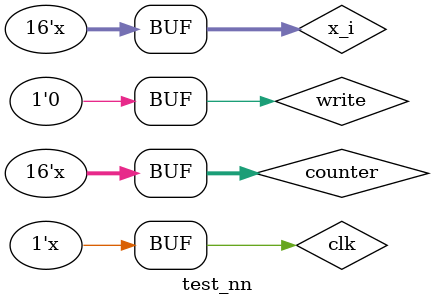
<source format=v>
`timescale 10ns / 10ns


module test_nn;

	// Inputs
	reg clk;
	reg [15:0] x_i;
	reg write;

	// Outputs
	wire [31:0] x_o;
	wire [4:0] out_index;
	wire dv_out;
	wire vad;

	// Instantiate the Unit Under Test (UUT)
	MFCC uut (
		.clk(clk), 
		.sclk(clk), 
		.x_i(x_i), 
		.write(write), 
		.x_o(x_o), 
		.out_index(out_index), 
		.dv_out(dv_out), 
		.vad(vad)
	);

	wire signed [10:0] dnn_out;
	wire dnn_dv;

	DNN_main nnmain (
		 .clk(clk), 
		 .reset(reset), 
		 .vec_in(x_o), 
		 .dv_in(dv_out), 
		 .vec_out(dnn_out), 
		 .dv_out(dnn_dv)
		 );


	/* Global Clock */
	parameter STEP = 2;
	parameter STEP_half=1;
	always begin
		#STEP_half;
		clk<=~clk;
	end


	parameter STEP_data=6250;
	parameter STEP_data_half=3125;
	reg signed [15:0] counter=0;
	always begin
		#STEP_data;
		x_i<=counter;
		counter<=counter+1;
	end
	parameter STEP_write=STEP_data-STEP;
	always begin
		#STEP_write;
		write<=1;
		#STEP;
		write<=0;
	end

	initial begin
		// Initialize Inputs
		clk = 0;
		x_i = 0;
		write = 0;

		// Wait 100 ns for global reset to finish
		#10;
        
		// Add stimulus here
		
	end
      
endmodule


</source>
